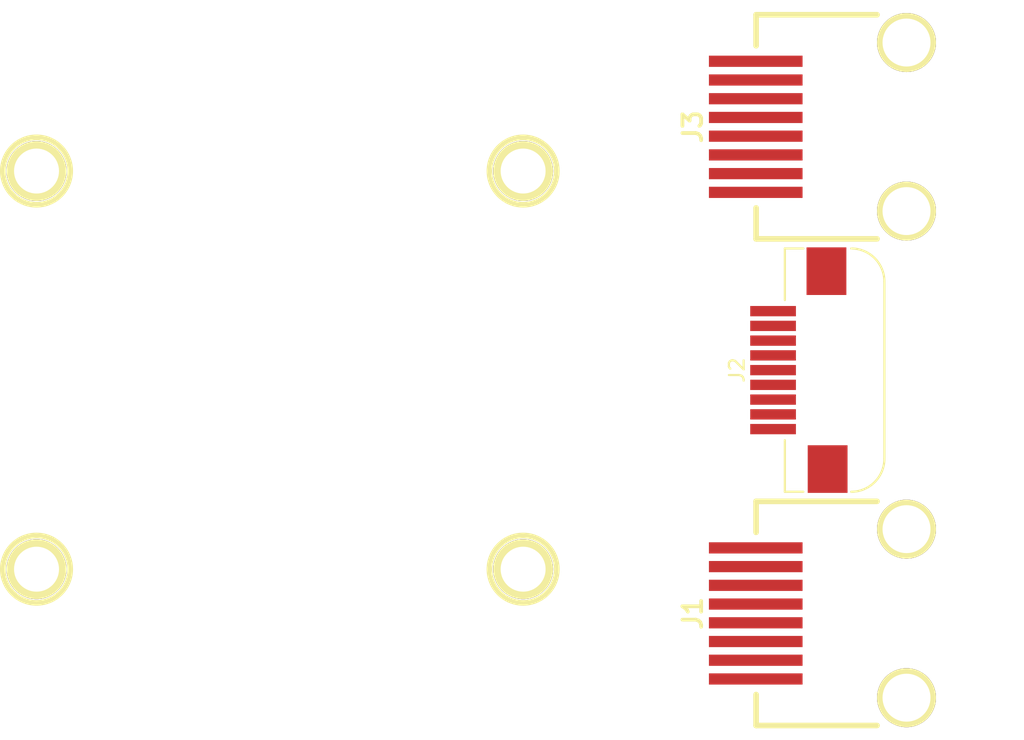
<source format=kicad_pcb>
(kicad_pcb (version 3) (host pcbnew "(2013-07-07 BZR 4022)-stable")

  (general
    (links 0)
    (no_connects 0)
    (area 147.269499 88.399999 217.244501 138.600001)
    (thickness 1.6)
    (drawings 1)
    (tracks 0)
    (zones 0)
    (modules 7)
    (nets 1)
  )

  (page A3)
  (layers
    (15 F.Cu signal)
    (0 B.Cu signal)
    (16 B.Adhes user)
    (17 F.Adhes user)
    (18 B.Paste user)
    (19 F.Paste user)
    (20 B.SilkS user)
    (21 F.SilkS user)
    (22 B.Mask user)
    (23 F.Mask user)
    (24 Dwgs.User user)
    (25 Cmts.User user)
    (26 Eco1.User user)
    (27 Eco2.User user)
    (28 Edge.Cuts user)
  )

  (setup
    (last_trace_width 0.254)
    (trace_clearance 0.254)
    (zone_clearance 0.508)
    (zone_45_only no)
    (trace_min 0.254)
    (segment_width 0.2)
    (edge_width 0.1)
    (via_size 0.889)
    (via_drill 0.635)
    (via_min_size 0.889)
    (via_min_drill 0.508)
    (uvia_size 0.508)
    (uvia_drill 0.127)
    (uvias_allowed no)
    (uvia_min_size 0.508)
    (uvia_min_drill 0.127)
    (pcb_text_width 0.3)
    (pcb_text_size 1.5 1.5)
    (mod_edge_width 0.15)
    (mod_text_size 1 1)
    (mod_text_width 0.15)
    (pad_size 3.23 2.7)
    (pad_drill 0)
    (pad_to_mask_clearance 0)
    (aux_axis_origin 0 0)
    (visible_elements 7FFFFFBF)
    (pcbplotparams
      (layerselection 3178497)
      (usegerberextensions true)
      (excludeedgelayer true)
      (linewidth 0.150000)
      (plotframeref false)
      (viasonmask false)
      (mode 1)
      (useauxorigin false)
      (hpglpennumber 1)
      (hpglpenspeed 20)
      (hpglpendiameter 15)
      (hpglpenoverlay 2)
      (psnegative false)
      (psa4output false)
      (plotreference true)
      (plotvalue true)
      (plotothertext true)
      (plotinvisibletext false)
      (padsonsilk false)
      (subtractmaskfromsilk false)
      (outputformat 1)
      (mirror false)
      (drillshape 1)
      (scaleselection 1)
      (outputdirectory ""))
  )

  (net 0 "")

  (net_class Default "This is the default net class."
    (clearance 0.254)
    (trace_width 0.254)
    (via_dia 0.889)
    (via_drill 0.635)
    (uvia_dia 0.508)
    (uvia_drill 0.127)
    (add_net "")
  )

  (module 1pin (layer F.Cu) (tedit 5223D10B) (tstamp 5223D0B7)
    (at 150 100)
    (descr "module 1 pin (ou trou mecanique de percage)")
    (tags DEV)
    (path 1pin)
    (fp_text reference 1PIN (at 0 -3.048) (layer F.SilkS) hide
      (effects (font (size 1.016 1.016) (thickness 0.254)))
    )
    (fp_text value P*** (at 0 2.794) (layer F.SilkS) hide
      (effects (font (size 1.016 1.016) (thickness 0.254)))
    )
    (fp_circle (center 0 0) (end 0 -2.286) (layer F.SilkS) (width 0.381))
    (pad 1 thru_hole circle (at 0 0) (size 4.064 4.064) (drill 3.048)
      (layers *.Cu *.Mask F.SilkS)
    )
  )

  (module 1pin (layer F.Cu) (tedit 5223D11B) (tstamp 5223D0F7)
    (at 150 127 180)
    (descr "module 1 pin (ou trou mecanique de percage)")
    (tags DEV)
    (path 1pin)
    (fp_text reference 1PIN (at 0 -3.048 180) (layer F.SilkS) hide
      (effects (font (size 1.016 1.016) (thickness 0.254)))
    )
    (fp_text value P*** (at 0 2.794 180) (layer F.SilkS) hide
      (effects (font (size 1.016 1.016) (thickness 0.254)))
    )
    (fp_circle (center 0 0) (end 0 -2.286) (layer F.SilkS) (width 0.381))
    (pad 1 thru_hole circle (at 0 0 180) (size 4.064 4.064) (drill 3.048)
      (layers *.Cu *.Mask F.SilkS)
    )
  )

  (module 1pin (layer F.Cu) (tedit 5223D117) (tstamp 5223D102)
    (at 183 127 180)
    (descr "module 1 pin (ou trou mecanique de percage)")
    (tags DEV)
    (path 1pin)
    (fp_text reference 1PIN (at 0 -3.048 180) (layer F.SilkS) hide
      (effects (font (size 1.016 1.016) (thickness 0.254)))
    )
    (fp_text value P*** (at 0 2.794 180) (layer F.SilkS) hide
      (effects (font (size 1.016 1.016) (thickness 0.254)))
    )
    (fp_circle (center 0 0) (end 0 -2.286) (layer F.SilkS) (width 0.381))
    (pad 1 thru_hole circle (at 0 0 180) (size 4.064 4.064) (drill 3.048)
      (layers *.Cu *.Mask F.SilkS)
    )
  )

  (module 1pin (layer F.Cu) (tedit 5223D107) (tstamp 5223D10D)
    (at 183 100)
    (descr "module 1 pin (ou trou mecanique de percage)")
    (tags DEV)
    (path 1pin)
    (fp_text reference 1PIN (at 0 -3.048) (layer F.SilkS) hide
      (effects (font (size 1.016 1.016) (thickness 0.254)))
    )
    (fp_text value P*** (at 0 2.794) (layer F.SilkS) hide
      (effects (font (size 1.016 1.016) (thickness 0.254)))
    )
    (fp_circle (center 0 0) (end 0 -2.286) (layer F.SilkS) (width 0.381))
    (pad 1 thru_hole circle (at 0 0) (size 4.064 4.064) (drill 3.048)
      (layers *.Cu *.Mask F.SilkS)
    )
  )

  (module WM5576 (layer F.Cu) (tedit 52006A69) (tstamp 5223DB6E)
    (at 209 130 90)
    (descr "Jack, RJ45")
    (tags RJ45)
    (path /5223DBFF)
    (fp_text reference J1 (at 0 -14.5 90) (layer F.SilkS)
      (effects (font (size 1.27 1.27) (thickness 0.254)))
    )
    (fp_text value MASTER (at 0 -1.5 90) (layer F.SilkS) hide
      (effects (font (size 1.27 1.27) (thickness 0.254)))
    )
    (fp_line (start 5.5 -10.2) (end 7.6 -10.2) (layer F.SilkS) (width 0.381))
    (fp_line (start 7.6 -10.2) (end 7.6 -2) (layer F.SilkS) (width 0.381))
    (fp_line (start -7.6 -2) (end -7.6 -10.2) (layer F.SilkS) (width 0.381))
    (fp_line (start -7.6 -10.2) (end -5.5 -10.2) (layer F.SilkS) (width 0.381))
    (fp_line (start -7.6 7.8) (end 7.6 7.8) (layer Dwgs.User) (width 0.381))
    (pad "" thru_hole circle (at -5.715 0 90) (size 4 4) (drill 3.25)
      (layers *.Cu *.Mask F.SilkS)
    )
    (pad "" thru_hole circle (at 5.715 0 90) (size 4 4) (drill 3.25)
      (layers *.Cu *.Mask F.SilkS)
    )
    (pad 1 smd rect (at -4.445 -10.225 90) (size 0.76 6.35)
      (layers F.Cu F.Paste F.Mask)
    )
    (pad 2 smd rect (at -3.175 -10.225 90) (size 0.76 6.35)
      (layers F.Cu F.Paste F.Mask)
    )
    (pad 3 smd rect (at -1.905 -10.225 90) (size 0.76 6.35)
      (layers F.Cu F.Paste F.Mask)
    )
    (pad 4 smd rect (at -0.635 -10.225 90) (size 0.76 6.35)
      (layers F.Cu F.Paste F.Mask)
    )
    (pad 5 smd rect (at 0.635 -10.225 90) (size 0.76 6.35)
      (layers F.Cu F.Paste F.Mask)
    )
    (pad 6 smd rect (at 1.905 -10.225 90) (size 0.76 6.35)
      (layers F.Cu F.Paste F.Mask)
    )
    (pad 7 smd rect (at 3.175 -10.225 90) (size 0.76 6.35)
      (layers F.Cu F.Paste F.Mask)
    )
    (pad 8 smd rect (at 4.445 -10.225 90) (size 0.76 6.35)
      (layers F.Cu F.Paste F.Mask)
    )
    (model 3D/Misc/8p8c.wrl
      (at (xyz 0 0 0))
      (scale (xyz 1 1 1))
      (rotate (xyz 0 0 0))
    )
  )

  (module WM5576 (layer F.Cu) (tedit 52006A69) (tstamp 5223DB81)
    (at 209 97 90)
    (descr "Jack, RJ45")
    (tags RJ45)
    (path /5223DC0E)
    (fp_text reference J3 (at 0 -14.5 90) (layer F.SilkS)
      (effects (font (size 1.27 1.27) (thickness 0.254)))
    )
    (fp_text value SERVO (at 0 -1.5 90) (layer F.SilkS) hide
      (effects (font (size 1.27 1.27) (thickness 0.254)))
    )
    (fp_line (start 5.5 -10.2) (end 7.6 -10.2) (layer F.SilkS) (width 0.381))
    (fp_line (start 7.6 -10.2) (end 7.6 -2) (layer F.SilkS) (width 0.381))
    (fp_line (start -7.6 -2) (end -7.6 -10.2) (layer F.SilkS) (width 0.381))
    (fp_line (start -7.6 -10.2) (end -5.5 -10.2) (layer F.SilkS) (width 0.381))
    (fp_line (start -7.6 7.8) (end 7.6 7.8) (layer Dwgs.User) (width 0.381))
    (pad "" thru_hole circle (at -5.715 0 90) (size 4 4) (drill 3.25)
      (layers *.Cu *.Mask F.SilkS)
    )
    (pad "" thru_hole circle (at 5.715 0 90) (size 4 4) (drill 3.25)
      (layers *.Cu *.Mask F.SilkS)
    )
    (pad 1 smd rect (at -4.445 -10.225 90) (size 0.76 6.35)
      (layers F.Cu F.Paste F.Mask)
    )
    (pad 2 smd rect (at -3.175 -10.225 90) (size 0.76 6.35)
      (layers F.Cu F.Paste F.Mask)
    )
    (pad 3 smd rect (at -1.905 -10.225 90) (size 0.76 6.35)
      (layers F.Cu F.Paste F.Mask)
    )
    (pad 4 smd rect (at -0.635 -10.225 90) (size 0.76 6.35)
      (layers F.Cu F.Paste F.Mask)
    )
    (pad 5 smd rect (at 0.635 -10.225 90) (size 0.76 6.35)
      (layers F.Cu F.Paste F.Mask)
    )
    (pad 6 smd rect (at 1.905 -10.225 90) (size 0.76 6.35)
      (layers F.Cu F.Paste F.Mask)
    )
    (pad 7 smd rect (at 3.175 -10.225 90) (size 0.76 6.35)
      (layers F.Cu F.Paste F.Mask)
    )
    (pad 8 smd rect (at 4.445 -10.225 90) (size 0.76 6.35)
      (layers F.Cu F.Paste F.Mask)
    )
    (model 3D/Misc/8p8c.wrl
      (at (xyz 0 0 0))
      (scale (xyz 1 1 1))
      (rotate (xyz 0 0 0))
    )
  )

  (module CONN-6200-09-SMT (layer F.Cu) (tedit 5223E38E) (tstamp 5223E4D4)
    (at 205 113.5 90)
    (descr "Conn, FFC, 9-pos, 1mm pitch")
    (path /5223DDBC)
    (fp_text reference J2 (at 0 -7.5 90) (layer F.SilkS)
      (effects (font (size 1 1) (thickness 0.15)))
    )
    (fp_text value CAMERA (at 0 -1.5 90) (layer F.SilkS) hide
      (effects (font (size 1 1) (thickness 0.15)))
    )
    (fp_line (start -6 2.5) (end 6 2.5) (layer F.SilkS) (width 0.15))
    (fp_arc (start -6 0.25) (end -6 2.5) (angle 90) (layer F.SilkS) (width 0.15))
    (fp_arc (start 6 0.25) (end 8.25 0.25) (angle 90) (layer F.SilkS) (width 0.15))
    (fp_line (start -4.75 -4.25) (end -8.25 -4.25) (layer F.SilkS) (width 0.15))
    (fp_line (start -8.25 -4.25) (end -8.25 -3) (layer F.SilkS) (width 0.15))
    (fp_line (start 4.75 -4.25) (end 8.25 -4.25) (layer F.SilkS) (width 0.15))
    (fp_line (start 8.25 -4.25) (end 8.25 -3) (layer F.SilkS) (width 0.15))
    (pad 1 smd rect (at -4 -5.05 90) (size 0.7 3.1)
      (layers F.Cu F.Paste F.Mask)
    )
    (pad 2 smd rect (at -3 -5.05 90) (size 0.7 3.1)
      (layers F.Cu F.Paste F.Mask)
    )
    (pad 3 smd rect (at -2 -5.05 90) (size 0.7 3.1)
      (layers F.Cu F.Paste F.Mask)
    )
    (pad 4 smd rect (at -1 -5.05 90) (size 0.7 3.1)
      (layers F.Cu F.Paste F.Mask)
    )
    (pad 5 smd rect (at 0 -5.05 90) (size 0.7 3.1)
      (layers F.Cu F.Paste F.Mask)
    )
    (pad 6 smd rect (at 1 -5.05 90) (size 0.7 3.1)
      (layers F.Cu F.Paste F.Mask)
    )
    (pad 7 smd rect (at 2 -5.05 90) (size 0.7 3.1)
      (layers F.Cu F.Paste F.Mask)
    )
    (pad 8 smd rect (at 3 -5.05 90) (size 0.7 3.1)
      (layers F.Cu F.Paste F.Mask)
    )
    (pad 9 smd rect (at 4 -5.05 90) (size 0.7 3.1)
      (layers F.Cu F.Paste F.Mask)
    )
    (pad "" smd rect (at -6.71 -1.35 90) (size 3.23 2.7)
      (layers F.Cu F.Paste F.Mask)
    )
    (pad "" smd rect (at 6.71 -1.43 90) (size 3.23 2.7)
      (layers F.Cu F.Paste F.Mask)
    )
  )

  (gr_line (start 198 138.5) (end 198 88.5) (angle 90) (layer Dwgs.User) (width 0.2))

)

</source>
